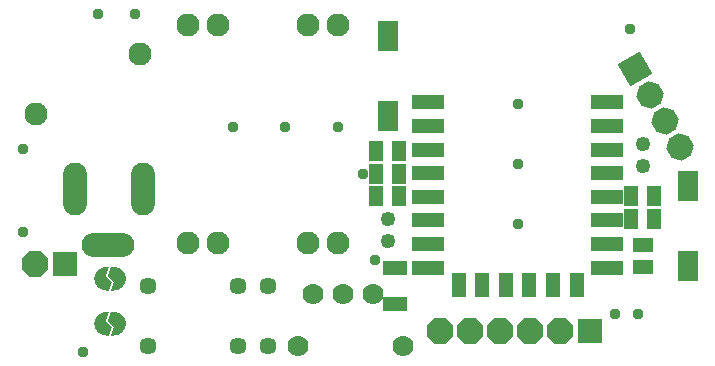
<source format=gbr>
G04 GENERATED BY PULSONIX 12.5 GERBER.DLL 9449*
G04 #@! TF.GenerationSoftware,Pulsonix,Pulsonix,12.5.9449*
G04 #@! TF.CreationDate,2025-04-26T21:18:15--1:00*
G04 #@! TF.Part,Single*
%FSLAX35Y35*%
%LPD*%
%MOMM*%
G04 #@! TF.FileFunction,Soldermask,Top*
G04 #@! TF.FilePolarity,Negative*
G04 #@! TA.AperFunction,SMDPad,CuDef*
%ADD102C,0.00001*%
G04 #@! TA.AperFunction,ViaPad*
%ADD107C,0.95400*%
G04 #@! TA.AperFunction,ComponentPad*
%ADD108O,2.05400X4.45400*%
%ADD109O,4.45400X2.05400*%
%ADD110C,1.95400*%
G04 #@! TA.AperFunction,SMDPad,CuDef*
%ADD111R,2.75400X1.25400*%
%ADD112R,1.25400X2.05400*%
%ADD113R,1.15400X1.65400*%
G04 #@! TA.AperFunction,ComponentPad*
%ADD114C,1.77800*%
%ADD115C,1.45400*%
%AMT116*0 Rectangle Pad at angle 30*21,1,2.15900,2.15900,0,0,30*%
%ADD116T116*%
%AMT117*0 Octagon pad*4,1,8,-0.15252,1.15844,-0.92698,0.71130,-1.15844,-0.15252,-0.71130,-0.92698,0.15252,-1.15844,0.92698,-0.71130,1.15844,0.15252,0.71130,0.92698,-0.15252,1.15844,0*%
%ADD117T117*%
G04 #@! TA.AperFunction,SMDPad,CuDef*
%ADD118R,1.65400X1.15400*%
G04 #@! TA.AperFunction,ComponentPad*
%ADD119R,2.15900X2.15900*%
%AMT120*0 Octagon pad*4,1,8,0.44714,1.07950,-0.44714,1.07950,-1.07950,0.44714,-1.07950,-0.44714,-0.44714,-1.07950,0.44714,-1.07950,1.07950,-0.44714,1.07950,0.44714,0.44714,1.07950,0*%
%ADD120T120*%
G04 #@! TA.AperFunction,SMDPad,CuDef*
%ADD121R,2.05400X1.25400*%
%ADD122R,1.75400X2.65400*%
G04 #@! TA.AperFunction,TestPad*
%ADD123C,1.25400*%
G04 #@! TD.AperFunction*
X0Y0D02*
D02*
D102*
X1263925Y679000D02*
G36*
X1263925Y679000D02*
X1238925Y604000D01*
X1288925Y554000D01*
X1263925Y479000D01*
X1241465D01*
G75*
G02*
X1137325Y576460I-3340J100800D01*
G01*
Y581540D01*
G75*
G02*
X1241465Y679000I100800J-3340D01*
G01*
X1263925D01*
G37*
Y1060000D02*
G36*
X1263925Y1060000D02*
X1238925Y985000D01*
X1288925Y935000D01*
X1263925Y860000D01*
X1241465D01*
G75*
G02*
X1137325Y957460I-3340J100800D01*
G01*
Y962540D01*
G75*
G02*
X1241465Y1060000I100800J-3340D01*
G01*
X1263925D01*
G37*
X1278925Y479000D02*
G36*
X1278925Y479000D02*
X1303925Y554000D01*
X1253925Y604000D01*
X1278925Y679000D01*
X1301385D01*
G75*
G02*
X1405525Y581540I3340J-100800D01*
G01*
Y576460D01*
G75*
G02*
X1301385Y479000I-100800J3340D01*
G01*
X1278925D01*
G37*
Y860000D02*
G36*
X1278925Y860000D02*
X1303925Y935000D01*
X1253925Y985000D01*
X1278925Y1060000D01*
X1301385D01*
G75*
G02*
X1405525Y962540I3340J-100800D01*
G01*
Y957460D01*
G75*
G02*
X1301385Y860000I-100800J3340D01*
G01*
X1278925D01*
G37*
D02*
D107*
X530925Y1358500D03*
Y2057000D03*
X1038925Y342500D03*
X1165925Y3200000D03*
X1483425D03*
X2308925Y2247500D03*
X2753425D03*
X3197925D03*
X3414550Y1849000D03*
X3509800Y1118750D03*
X4721925Y1422000D03*
Y1930000D03*
Y2438000D03*
X5547425Y660000D03*
X5674425Y3073000D03*
X5737925Y660000D03*
D02*
D108*
X971925Y1722000D03*
X1551925D03*
D02*
D109*
X1251925Y1242000D03*
D02*
D110*
X640984Y2357000D03*
X1520866Y2865000D03*
X1930925Y1259500D03*
Y3109500D03*
X2184925Y1259500D03*
Y3109500D03*
X2946925Y1259500D03*
Y3109500D03*
X3200925Y1259500D03*
Y3109500D03*
D02*
D111*
X3961925Y1053000D03*
Y1253000D03*
Y1453000D03*
Y1653000D03*
Y1853000D03*
Y2053000D03*
Y2253000D03*
Y2453000D03*
X5481925Y1053000D03*
Y1253000D03*
Y1453000D03*
Y1653000D03*
Y1853000D03*
Y2053000D03*
Y2253000D03*
Y2453000D03*
D02*
D112*
X4221925Y903000D03*
X4421925D03*
X4621925D03*
X4821925D03*
X5021925D03*
X5221925D03*
D02*
D113*
X3525675Y1658500D03*
Y1849000D03*
Y2039500D03*
X3716175Y1658500D03*
Y1849000D03*
Y2039500D03*
X5684675Y1468000D03*
Y1658500D03*
X5875175Y1468000D03*
Y1658500D03*
D02*
D114*
X2858925Y388500D03*
X2985925Y833000D03*
X3239925D03*
X3493925D03*
X3747925Y388500D03*
D02*
D115*
X1588925D03*
Y896500D03*
X2350925Y388500D03*
Y896500D03*
X2604925Y388500D03*
Y896500D03*
D02*
D116*
X5716425Y2738000D03*
D02*
D117*
X5843425Y2518030D03*
X5970425Y2298059D03*
X6097425Y2078089D03*
D02*
D118*
X5779925Y1055250D03*
Y1245750D03*
D02*
D119*
X890425Y1087000D03*
X5335425Y515500D03*
D02*
D120*
X636425Y1087000D03*
X4065425Y515500D03*
X4319425D03*
X4573425D03*
X4827425D03*
X5081425D03*
D02*
D121*
X3684425Y746500D03*
Y1046500D03*
D02*
D122*
X3620925Y2334500D03*
Y3014500D03*
X6160925Y1064500D03*
Y1744500D03*
D02*
D123*
X3620925Y1277500D03*
Y1468000D03*
X5779925Y1912500D03*
Y2103000D03*
X0Y0D02*
M02*

</source>
